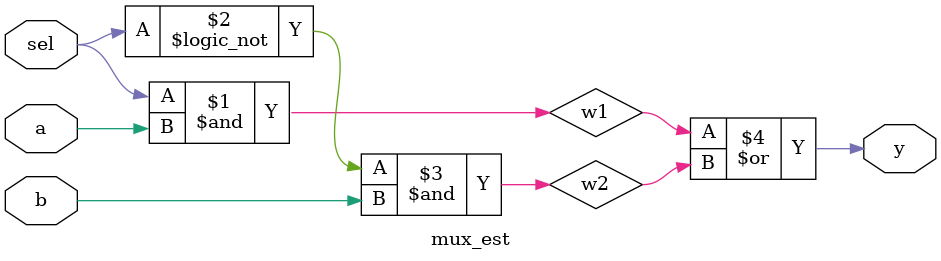
<source format=v>
/*
Program: CI Digital T2/2025
Class: Introdução à Verilog  
Class-ID: D122
Advisor: Felipe Rocha 
Advisor-Contact: felipef.rocha@inatel.br
Institute: INATEL - Santa Rita do Sapucaí / MG  
Development: André Bezerra 
Student-Contact: andrefrbezerra@gmail.com
Task-ID: A-101
Type: Laboratory
Data: octuber, 29 2025
*/

`timescale 1 ns / 1 ps;

// [ ] Realizar análise de testes integrados;

/* 
1 - RTL          	-> portas lógicas
2 - Estrutural   	-> instancias 
3 - Comportamental	-> always or initial
*/

//2 Estrutural
module mux_est ( 
    input a, b, sel,
    output y
);
    wire w1, w2;

    and a1 (w1,  sel,  a);
    and a2 (w2, !sel,  b);
    or 	o1 ( y,   w1, w2);

endmodule

</source>
